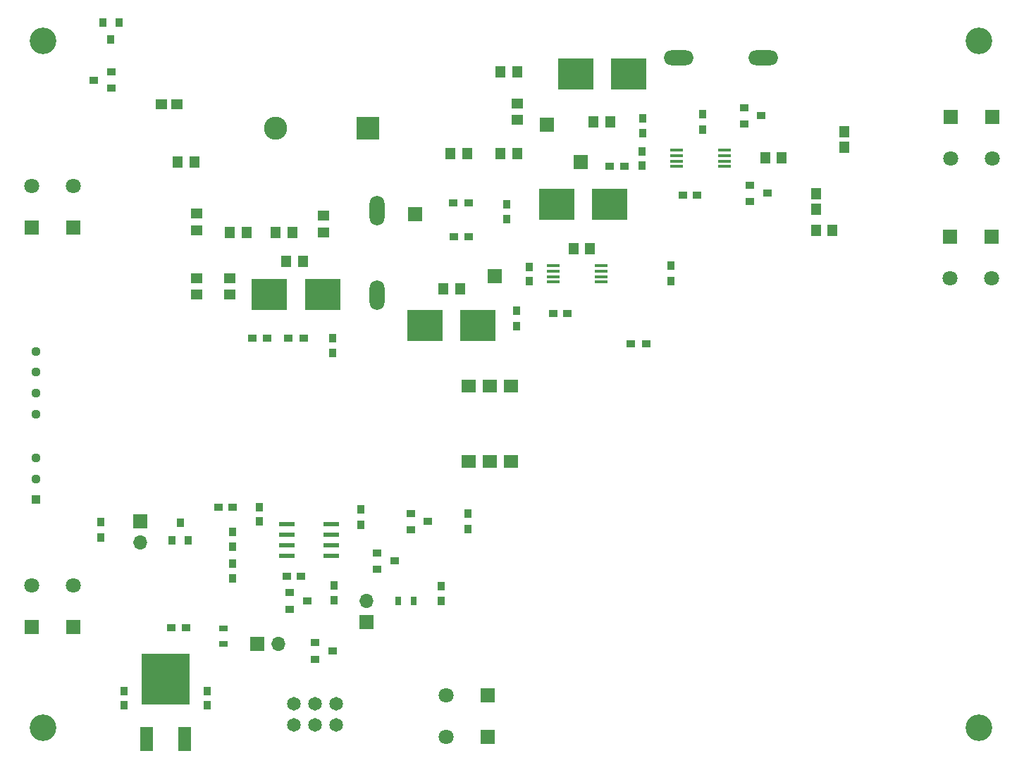
<source format=gts>
G04 #@! TF.GenerationSoftware,KiCad,Pcbnew,(5.1.10)-1*
G04 #@! TF.CreationDate,2022-04-06T19:53:40-07:00*
G04 #@! TF.ProjectId,RacingTeam,52616369-6e67-4546-9561-6d2e6b696361,rev?*
G04 #@! TF.SameCoordinates,Original*
G04 #@! TF.FileFunction,Soldermask,Top*
G04 #@! TF.FilePolarity,Negative*
%FSLAX46Y46*%
G04 Gerber Fmt 4.6, Leading zero omitted, Abs format (unit mm)*
G04 Created by KiCad (PCBNEW (5.1.10)-1) date 2022-04-06 19:53:40*
%MOMM*%
%LPD*%
G01*
G04 APERTURE LIST*
%ADD10R,0.950000X0.975000*%
%ADD11R,0.850000X1.000000*%
%ADD12C,1.130000*%
%ADD13R,1.130000X1.130000*%
%ADD14O,1.700000X1.700000*%
%ADD15R,1.700000X1.700000*%
%ADD16C,3.200000*%
%ADD17R,0.950000X1.075000*%
%ADD18R,1.000000X0.850000*%
%ADD19R,5.800000X6.200000*%
%ADD20R,1.600000X3.000000*%
%ADD21R,0.800000X1.100000*%
%ADD22R,1.100000X0.800000*%
%ADD23R,0.975000X0.950000*%
%ADD24R,1.780000X1.520000*%
%ADD25R,1.570000X0.410000*%
%ADD26R,1.200000X1.400000*%
%ADD27R,1.075000X0.950000*%
%ADD28R,1.970000X0.600000*%
%ADD29R,4.240000X3.810000*%
%ADD30R,1.800000X1.800000*%
%ADD31C,1.800000*%
%ADD32R,1.300000X1.325000*%
%ADD33O,3.581400X1.790700*%
%ADD34R,1.400000X1.200000*%
%ADD35O,1.790700X3.581400*%
%ADD36C,2.781300*%
%ADD37R,2.781300X2.781300*%
%ADD38R,1.325000X1.300000*%
%ADD39C,1.650000*%
G04 APERTURE END LIST*
D10*
G04 #@! TO.C,R37*
X121500000Y-95662500D03*
X121500000Y-93837500D03*
G04 #@! TD*
D11*
G04 #@! TO.C,Q9*
X131020000Y-93900000D03*
X130040000Y-96000000D03*
X132000000Y-96000000D03*
G04 #@! TD*
D12*
G04 #@! TO.C,PS1*
X113650000Y-75820000D03*
X113650000Y-78320000D03*
X113650000Y-80820000D03*
X113650000Y-73320000D03*
X113650000Y-86120000D03*
X113650000Y-88620000D03*
D13*
X113650000Y-91120000D03*
G04 #@! TD*
D14*
G04 #@! TO.C,JP3*
X126250000Y-96250000D03*
D15*
X126250000Y-93710000D03*
G04 #@! TD*
D16*
G04 #@! TO.C,REF\u002A\u002A*
X114500000Y-118500000D03*
G04 #@! TD*
G04 #@! TO.C,REF\u002A\u002A*
X114500000Y-36000000D03*
G04 #@! TD*
G04 #@! TO.C,REF\u002A\u002A*
X227000000Y-36000000D03*
G04 #@! TD*
G04 #@! TO.C,REF\u002A\u002A*
X227000000Y-118500000D03*
G04 #@! TD*
D17*
G04 #@! TO.C,C10*
X134250000Y-115862500D03*
X134250000Y-114137500D03*
G04 #@! TD*
D18*
G04 #@! TO.C,Q4*
X122750000Y-39720000D03*
X122750000Y-41680000D03*
X120650000Y-40700000D03*
G04 #@! TD*
D19*
G04 #@! TO.C,U4*
X129300000Y-112700000D03*
D20*
X131590000Y-119910000D03*
X127010000Y-119910000D03*
G04 #@! TD*
D10*
G04 #@! TO.C,R32*
X162400000Y-103300000D03*
X162400000Y-101475000D03*
G04 #@! TD*
D21*
G04 #@! TO.C,D8*
X159100000Y-103300000D03*
X157200000Y-103300000D03*
G04 #@! TD*
D14*
G04 #@! TO.C,JP2*
X153400000Y-103300000D03*
D15*
X153400000Y-105840000D03*
G04 #@! TD*
D10*
G04 #@! TO.C,R26*
X165600000Y-92800000D03*
X165600000Y-94625000D03*
G04 #@! TD*
D18*
G04 #@! TO.C,Q5*
X160800000Y-93750000D03*
X158700000Y-92770000D03*
X158700000Y-94730000D03*
G04 #@! TD*
D10*
G04 #@! TO.C,R27*
X152700000Y-94112500D03*
X152700000Y-92287500D03*
G04 #@! TD*
D18*
G04 #@! TO.C,Q8*
X147250000Y-110280000D03*
X147250000Y-108320000D03*
X149350000Y-109300000D03*
G04 #@! TD*
G04 #@! TO.C,Q7*
X144150000Y-104280000D03*
X144150000Y-102320000D03*
X146250000Y-103300000D03*
G04 #@! TD*
D10*
G04 #@! TO.C,R31*
X149500000Y-103250000D03*
X149500000Y-101425000D03*
G04 #@! TD*
D17*
G04 #@! TO.C,C9*
X124300000Y-114137500D03*
X124300000Y-115862500D03*
G04 #@! TD*
D15*
G04 #@! TO.C,JP1*
X140250000Y-108500000D03*
D14*
X142790000Y-108500000D03*
G04 #@! TD*
D22*
G04 #@! TO.C,D6*
X136250000Y-108500000D03*
X136250000Y-106600000D03*
G04 #@! TD*
D23*
G04 #@! TO.C,R28*
X131750000Y-106500000D03*
X129925000Y-106500000D03*
G04 #@! TD*
D18*
G04 #@! TO.C,Q6*
X156800000Y-98500000D03*
X154700000Y-97520000D03*
X154700000Y-99480000D03*
G04 #@! TD*
D24*
G04 #@! TO.C,U3*
X165660000Y-77495000D03*
X170740000Y-77495000D03*
X168200000Y-77495000D03*
X165660000Y-86505000D03*
X170740000Y-86505000D03*
X168200000Y-86505000D03*
G04 #@! TD*
D17*
G04 #@! TO.C,C3*
X172950000Y-63125000D03*
X172950000Y-64850000D03*
G04 #@! TD*
D25*
G04 #@! TO.C,U2*
X175830000Y-63025000D03*
X175830000Y-63675000D03*
X175830000Y-64325000D03*
X175830000Y-64975000D03*
X181570000Y-64975000D03*
X181570000Y-64325000D03*
X181570000Y-63675000D03*
X181570000Y-63025000D03*
G04 #@! TD*
D26*
G04 #@! TO.C,R36*
X180250000Y-61000000D03*
X178250000Y-61000000D03*
G04 #@! TD*
D10*
G04 #@! TO.C,R5*
X170250000Y-57412500D03*
X170250000Y-55587500D03*
G04 #@! TD*
D27*
G04 #@! TO.C,C8*
X137300000Y-92000000D03*
X135575000Y-92000000D03*
G04 #@! TD*
D28*
G04 #@! TO.C,U6*
X143800000Y-97905000D03*
X143800000Y-96635000D03*
X143800000Y-95365000D03*
X143800000Y-94095000D03*
X149200000Y-94095000D03*
X149200000Y-95365000D03*
X149200000Y-96635000D03*
X149200000Y-97905000D03*
G04 #@! TD*
D27*
G04 #@! TO.C,C5*
X143837500Y-100300000D03*
X145562500Y-100300000D03*
G04 #@! TD*
D17*
G04 #@! TO.C,C6*
X140500000Y-92000000D03*
X140500000Y-93725000D03*
G04 #@! TD*
D10*
G04 #@! TO.C,R30*
X137300000Y-96800000D03*
X137300000Y-94975000D03*
G04 #@! TD*
G04 #@! TO.C,R29*
X137300000Y-100600000D03*
X137300000Y-98775000D03*
G04 #@! TD*
D23*
G04 #@! TO.C,R4*
X165662500Y-55500000D03*
X163837500Y-55500000D03*
G04 #@! TD*
G04 #@! TO.C,R18*
X165700000Y-59500000D03*
X163875000Y-59500000D03*
G04 #@! TD*
D26*
G04 #@! TO.C,R34*
X164650000Y-65750000D03*
X162650000Y-65750000D03*
G04 #@! TD*
D15*
G04 #@! TO.C,J4*
X168800000Y-64300000D03*
G04 #@! TD*
D29*
G04 #@! TO.C,F2*
X160420000Y-70200000D03*
X166800000Y-70200000D03*
G04 #@! TD*
D10*
G04 #@! TO.C,R19*
X171450000Y-68425000D03*
X171450000Y-70250000D03*
G04 #@! TD*
D27*
G04 #@! TO.C,C4*
X177562500Y-68750000D03*
X175837500Y-68750000D03*
G04 #@! TD*
D23*
G04 #@! TO.C,R24*
X185187500Y-72400000D03*
X187012500Y-72400000D03*
G04 #@! TD*
D10*
G04 #@! TO.C,R22*
X190000000Y-64850000D03*
X190000000Y-63025000D03*
G04 #@! TD*
D30*
G04 #@! TO.C,J6*
X228500000Y-59500000D03*
D31*
X228500000Y-64500000D03*
D30*
X223500000Y-59500000D03*
D31*
X223500000Y-64500000D03*
G04 #@! TD*
G04 #@! TO.C,J7*
X223600000Y-50100000D03*
D30*
X223600000Y-45100000D03*
D31*
X228600000Y-50100000D03*
D30*
X228600000Y-45100000D03*
G04 #@! TD*
D18*
G04 #@! TO.C,Q1*
X201550000Y-54300000D03*
X199450000Y-53320000D03*
X199450000Y-55280000D03*
G04 #@! TD*
D26*
G04 #@! TO.C,R21*
X209400000Y-58800000D03*
X207400000Y-58800000D03*
G04 #@! TD*
D32*
G04 #@! TO.C,D3*
X207400000Y-56250000D03*
X207400000Y-54325000D03*
G04 #@! TD*
D26*
G04 #@! TO.C,R23*
X201300000Y-50000000D03*
X203300000Y-50000000D03*
G04 #@! TD*
D32*
G04 #@! TO.C,D4*
X210800000Y-46875000D03*
X210800000Y-48800000D03*
G04 #@! TD*
D18*
G04 #@! TO.C,Q2*
X200850000Y-45000000D03*
X198750000Y-44020000D03*
X198750000Y-45980000D03*
G04 #@! TD*
D29*
G04 #@! TO.C,F5*
X176220000Y-55600000D03*
X182600000Y-55600000D03*
G04 #@! TD*
D27*
G04 #@! TO.C,C2*
X191387500Y-54500000D03*
X193112500Y-54500000D03*
G04 #@! TD*
D10*
G04 #@! TO.C,R20*
X193800000Y-44825000D03*
X193800000Y-46650000D03*
G04 #@! TD*
D25*
G04 #@! TO.C,U1*
X196370000Y-49125000D03*
X196370000Y-49775000D03*
X196370000Y-50425000D03*
X196370000Y-51075000D03*
X190630000Y-51075000D03*
X190630000Y-50425000D03*
X190630000Y-49775000D03*
X190630000Y-49125000D03*
G04 #@! TD*
D10*
G04 #@! TO.C,R16*
X186550000Y-45287500D03*
X186550000Y-47112500D03*
G04 #@! TD*
D17*
G04 #@! TO.C,C1*
X186500000Y-51000000D03*
X186500000Y-49275000D03*
G04 #@! TD*
D23*
G04 #@! TO.C,R17*
X182575000Y-51050000D03*
X184400000Y-51050000D03*
G04 #@! TD*
D15*
G04 #@! TO.C,J2*
X179120000Y-50580000D03*
G04 #@! TD*
G04 #@! TO.C,J3*
X175100000Y-46100000D03*
G04 #@! TD*
D33*
G04 #@! TO.C,D1*
X201080000Y-38000000D03*
X190920000Y-38000000D03*
G04 #@! TD*
D29*
G04 #@! TO.C,F6*
X184880000Y-40000000D03*
X178500000Y-40000000D03*
G04 #@! TD*
D26*
G04 #@! TO.C,R11*
X169500000Y-39750000D03*
X171500000Y-39750000D03*
G04 #@! TD*
G04 #@! TO.C,R35*
X182700000Y-45700000D03*
X180700000Y-45700000D03*
G04 #@! TD*
D34*
G04 #@! TO.C,R10*
X171500000Y-45500000D03*
X171500000Y-43500000D03*
G04 #@! TD*
D26*
G04 #@! TO.C,R9*
X171500000Y-49500000D03*
X169500000Y-49500000D03*
G04 #@! TD*
G04 #@! TO.C,R8*
X165500000Y-49500000D03*
X163500000Y-49500000D03*
G04 #@! TD*
D35*
G04 #@! TO.C,D2*
X154700000Y-66560000D03*
X154700000Y-56400000D03*
G04 #@! TD*
D15*
G04 #@! TO.C,J5*
X159200000Y-56800000D03*
G04 #@! TD*
D34*
G04 #@! TO.C,R6*
X148250000Y-57000000D03*
X148250000Y-59000000D03*
G04 #@! TD*
D26*
G04 #@! TO.C,R12*
X142500000Y-59000000D03*
X144500000Y-59000000D03*
G04 #@! TD*
G04 #@! TO.C,R33*
X145750000Y-62500000D03*
X143750000Y-62500000D03*
G04 #@! TD*
D10*
G04 #@! TO.C,R3*
X149300000Y-73500000D03*
X149300000Y-71675000D03*
G04 #@! TD*
D23*
G04 #@! TO.C,R2*
X145825000Y-71700000D03*
X144000000Y-71700000D03*
G04 #@! TD*
G04 #@! TO.C,R1*
X139675000Y-71700000D03*
X141500000Y-71700000D03*
G04 #@! TD*
D29*
G04 #@! TO.C,F1*
X148130000Y-66500000D03*
X141750000Y-66500000D03*
G04 #@! TD*
D34*
G04 #@! TO.C,R14*
X137000000Y-64500000D03*
X137000000Y-66500000D03*
G04 #@! TD*
G04 #@! TO.C,R15*
X133000000Y-66500000D03*
X133000000Y-64500000D03*
G04 #@! TD*
D26*
G04 #@! TO.C,R13*
X137000000Y-59000000D03*
X139000000Y-59000000D03*
G04 #@! TD*
D34*
G04 #@! TO.C,R7*
X133000000Y-58750000D03*
X133000000Y-56750000D03*
G04 #@! TD*
D36*
G04 #@! TO.C,J1*
X142437400Y-46500000D03*
D37*
X153562600Y-46500000D03*
G04 #@! TD*
D38*
G04 #@! TO.C,D5*
X128737500Y-43600000D03*
X130662500Y-43600000D03*
G04 #@! TD*
D26*
G04 #@! TO.C,R25*
X130700000Y-50550000D03*
X132700000Y-50550000D03*
G04 #@! TD*
D11*
G04 #@! TO.C,Q3*
X121720000Y-33750000D03*
X123680000Y-33750000D03*
X122700000Y-35850000D03*
G04 #@! TD*
D31*
G04 #@! TO.C,J8*
X118200000Y-53400000D03*
D30*
X118200000Y-58400000D03*
D31*
X113200000Y-53400000D03*
D30*
X113200000Y-58400000D03*
G04 #@! TD*
D31*
G04 #@! TO.C,J11*
X163000000Y-114600000D03*
D30*
X168000000Y-114600000D03*
D31*
X163000000Y-119600000D03*
D30*
X168000000Y-119600000D03*
G04 #@! TD*
D39*
G04 #@! TO.C,J9*
X149740000Y-118170000D03*
X149740000Y-115630000D03*
X147200000Y-118170000D03*
X147200000Y-115630000D03*
X144660000Y-118170000D03*
X144660000Y-115630000D03*
G04 #@! TD*
D30*
G04 #@! TO.C,J10*
X113200000Y-106400000D03*
D31*
X113200000Y-101400000D03*
D30*
X118200000Y-106400000D03*
D31*
X118200000Y-101400000D03*
G04 #@! TD*
M02*

</source>
